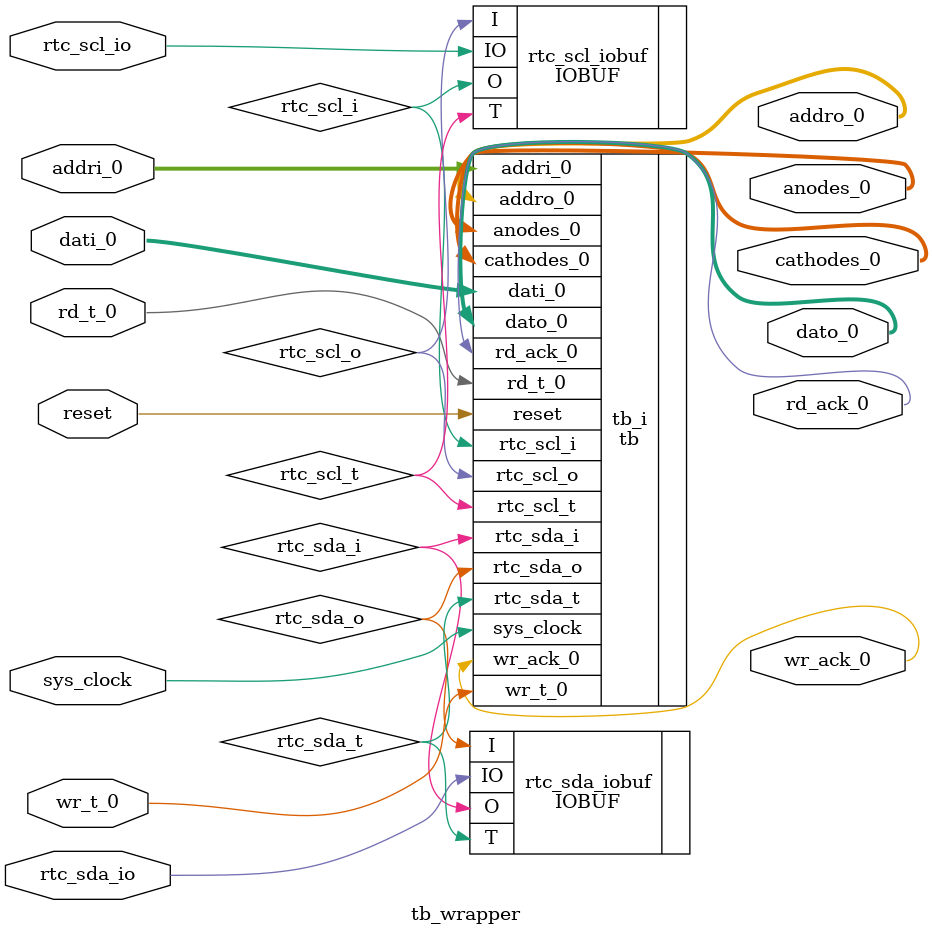
<source format=v>
`timescale 1 ps / 1 ps

module tb_wrapper
   (addri_0,
    addro_0,
    anodes_0,
    cathodes_0,
    dati_0,
    dato_0,
    rd_ack_0,
    rd_t_0,
    reset,
    rtc_scl_io,
    rtc_sda_io,
    sys_clock,
    wr_ack_0,
    wr_t_0);
  input [5:0]addri_0;
  output [5:0]addro_0;
  output [7:0]anodes_0;
  output [7:0]cathodes_0;
  input [7:0]dati_0;
  output [7:0]dato_0;
  output rd_ack_0;
  input rd_t_0;
  input reset;
  inout rtc_scl_io;
  inout rtc_sda_io;
  input sys_clock;
  output wr_ack_0;
  input wr_t_0;

  wire [5:0]addri_0;
  wire [5:0]addro_0;
  wire [7:0]anodes_0;
  wire [7:0]cathodes_0;
  wire [7:0]dati_0;
  wire [7:0]dato_0;
  wire rd_ack_0;
  wire rd_t_0;
  wire reset;
  wire rtc_scl_i;
  wire rtc_scl_io;
  wire rtc_scl_o;
  wire rtc_scl_t;
  wire rtc_sda_i;
  wire rtc_sda_io;
  wire rtc_sda_o;
  wire rtc_sda_t;
  wire sys_clock;
  wire wr_ack_0;
  wire wr_t_0;

  IOBUF rtc_scl_iobuf
       (.I(rtc_scl_o),
        .IO(rtc_scl_io),
        .O(rtc_scl_i),
        .T(rtc_scl_t));
  IOBUF rtc_sda_iobuf
       (.I(rtc_sda_o),
        .IO(rtc_sda_io),
        .O(rtc_sda_i),
        .T(rtc_sda_t));
  tb tb_i
       (.addri_0(addri_0),
        .addro_0(addro_0),
        .anodes_0(anodes_0),
        .cathodes_0(cathodes_0),
        .dati_0(dati_0),
        .dato_0(dato_0),
        .rd_ack_0(rd_ack_0),
        .rd_t_0(rd_t_0),
        .reset(reset),
        .rtc_scl_i(rtc_scl_i),
        .rtc_scl_o(rtc_scl_o),
        .rtc_scl_t(rtc_scl_t),
        .rtc_sda_i(rtc_sda_i),
        .rtc_sda_o(rtc_sda_o),
        .rtc_sda_t(rtc_sda_t),
        .sys_clock(sys_clock),
        .wr_ack_0(wr_ack_0),
        .wr_t_0(wr_t_0));
endmodule

</source>
